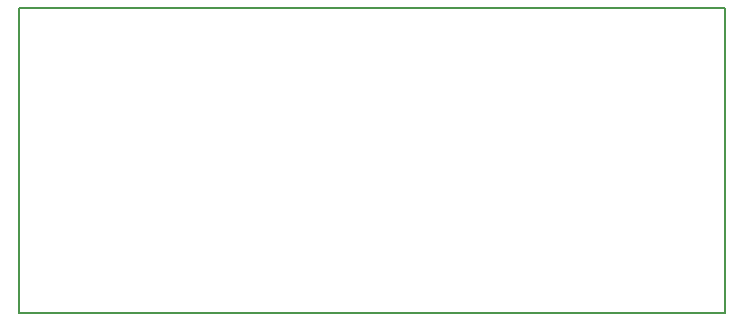
<source format=gm1>
G04 MADE WITH FRITZING*
G04 WWW.FRITZING.ORG*
G04 DOUBLE SIDED*
G04 HOLES PLATED*
G04 CONTOUR ON CENTER OF CONTOUR VECTOR*
%ASAXBY*%
%FSLAX23Y23*%
%MOIN*%
%OFA0B0*%
%SFA1.0B1.0*%
%ADD10R,2.362200X1.023620*%
%ADD11C,0.008000*%
%ADD10C,0.008*%
%LNCONTOUR*%
G90*
G70*
G54D10*
G54D11*
X4Y1020D02*
X2358Y1020D01*
X2358Y4D01*
X4Y4D01*
X4Y1020D01*
D02*
G04 End of contour*
M02*
</source>
